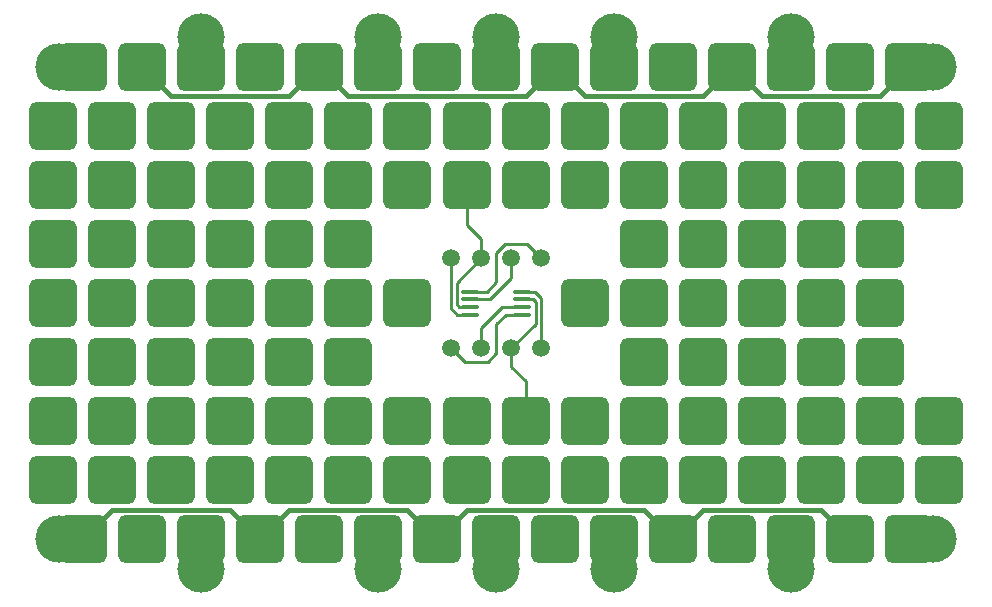
<source format=gbl>
G04*
G04 #@! TF.GenerationSoftware,Altium Limited,Altium Designer,24.6.1 (21)*
G04*
G04 Layer_Physical_Order=2*
G04 Layer_Color=16711680*
%FSLAX44Y44*%
%MOMM*%
G71*
G04*
G04 #@! TF.SameCoordinates,58C917F4-F435-4438-9918-92646441EF77*
G04*
G04*
G04 #@! TF.FilePolarity,Positive*
G04*
G01*
G75*
%ADD10C,0.2500*%
%ADD20C,0.4500*%
%ADD21C,1.5000*%
G04:AMPARAMS|DCode=22|XSize=4mm|YSize=4mm|CornerRadius=0.5mm|HoleSize=0mm|Usage=FLASHONLY|Rotation=0.000|XOffset=0mm|YOffset=0mm|HoleType=Round|Shape=RoundedRectangle|*
%AMROUNDEDRECTD22*
21,1,4.0000,3.0000,0,0,0.0*
21,1,3.0000,4.0000,0,0,0.0*
1,1,1.0000,1.5000,-1.5000*
1,1,1.0000,-1.5000,-1.5000*
1,1,1.0000,-1.5000,1.5000*
1,1,1.0000,1.5000,1.5000*
%
%ADD22ROUNDEDRECTD22*%
%ADD23C,4.0000*%
G04:AMPARAMS|DCode=24|XSize=0.38mm|YSize=1.45mm|CornerRadius=0.095mm|HoleSize=0mm|Usage=FLASHONLY|Rotation=90.000|XOffset=0mm|YOffset=0mm|HoleType=Round|Shape=RoundedRectangle|*
%AMROUNDEDRECTD24*
21,1,0.3800,1.2600,0,0,90.0*
21,1,0.1900,1.4500,0,0,90.0*
1,1,0.1900,0.6300,0.0950*
1,1,0.1900,0.6300,-0.0950*
1,1,0.1900,-0.6300,-0.0950*
1,1,0.1900,-0.6300,0.0950*
%
%ADD24ROUNDEDRECTD24*%
D10*
X375000Y-183750D02*
Y-150000D01*
X399750Y-207750D02*
X407250Y-200250D01*
X399750Y-232500D02*
Y-207750D01*
X425000Y-350000D02*
X425000Y-350000D01*
X425000Y-350000D02*
Y-316250D01*
X367250Y-259750D02*
X378000D01*
X361900Y-254400D02*
X367250Y-259750D01*
X369000Y-253250D02*
X378000D01*
X361900Y-254400D02*
Y-211900D01*
X366500Y-250750D02*
X369000Y-253250D01*
X366500Y-232700D02*
X387300Y-211900D01*
X366500Y-250750D02*
Y-232700D01*
X433500Y-249250D02*
X433500Y-267300D01*
X412700Y-288100D02*
X433500Y-267300D01*
X431000Y-246750D02*
X433500Y-249250D01*
X438100Y-288100D02*
X438100Y-245600D01*
X422000Y-246750D02*
X431000Y-246750D01*
X432750Y-240250D02*
X438100Y-245600D01*
X422000Y-240250D02*
X432750Y-240250D01*
X407250Y-200250D02*
X426450D01*
X438100Y-211900D01*
X412700Y-303950D02*
X425000Y-316250D01*
X412700Y-303950D02*
Y-288100D01*
Y-288100D01*
X387300Y-211900D02*
Y-196050D01*
X375000Y-183750D02*
X387300Y-196050D01*
X412700Y-228800D02*
Y-211900D01*
X394750Y-246750D02*
X412700Y-228800D01*
X378000Y-246750D02*
X394750D01*
X392000Y-240250D02*
X400000Y-232250D01*
X378000Y-240250D02*
X392000D01*
X408000Y-259750D02*
X422000D01*
X400000Y-267750D02*
X408000Y-259750D01*
X405250Y-253250D02*
X422000D01*
X387300Y-271200D02*
X405250Y-253250D01*
X387300Y-288100D02*
Y-271200D01*
X361900Y-288100D02*
X373550Y-299750D01*
X392750D02*
X400000Y-292500D01*
X373550Y-299750D02*
X392750D01*
X400000Y-292500D02*
Y-267750D01*
D20*
X575000Y-425000D02*
X675000D01*
X550000Y-450000D02*
X575000Y-425000D01*
X525000D02*
X550000Y-450000D01*
X200000Y-450000D02*
X225000Y-425000D01*
X175000D02*
X200000Y-450000D01*
X75000Y-425000D02*
X175000D01*
X50000Y-450000D02*
X75000Y-425000D01*
X30000Y-450000D02*
X50000D01*
X225000Y-425000D02*
X325000D01*
X350000Y-450000D01*
X375000Y-425000D01*
X525000D01*
X675000D02*
X700000Y-450000D01*
X100000Y-50000D02*
X125000Y-75000D01*
X275000D02*
X425000D01*
X450000Y-50000D01*
X475000Y-75000D01*
X575000D01*
X750000Y-50000D02*
X770000D01*
X725000Y-75000D02*
X750000Y-50000D01*
X625000Y-75000D02*
X725000D01*
X600000Y-50000D02*
X625000Y-75000D01*
X575000D02*
X600000Y-50000D01*
X250000Y-50000D02*
X275000Y-75000D01*
X225000D02*
X250000Y-50000D01*
X125000Y-75000D02*
X225000D01*
D21*
X438100Y-211900D02*
D03*
X412700Y-211900D02*
D03*
X387300Y-211900D02*
D03*
X361900D02*
D03*
X438100Y-288100D02*
D03*
X412700D02*
D03*
X387300Y-288100D02*
D03*
X361900Y-288100D02*
D03*
D22*
X475000Y-350000D02*
D03*
X425000D02*
D03*
X375000D02*
D03*
X475000Y-250000D02*
D03*
X325000Y-150000D02*
D03*
X375000D02*
D03*
X425000D02*
D03*
X475000D02*
D03*
X325000Y-250000D02*
D03*
Y-350000D02*
D03*
X50000Y-450000D02*
D03*
X100000D02*
D03*
X150000D02*
D03*
X200000D02*
D03*
X250000D02*
D03*
X300000D02*
D03*
X400000D02*
D03*
X500000D02*
D03*
X550000D02*
D03*
X600000D02*
D03*
X650000D02*
D03*
X700000D02*
D03*
X750000D02*
D03*
X450000D02*
D03*
X350000D02*
D03*
X450000Y-50000D02*
D03*
X350000D02*
D03*
X775000Y-400000D02*
D03*
X725000D02*
D03*
X525000D02*
D03*
X675000D02*
D03*
X475000D02*
D03*
X425000D02*
D03*
X375000D02*
D03*
X325000D02*
D03*
X275000D02*
D03*
X225000D02*
D03*
X175000D02*
D03*
X125000D02*
D03*
X75000D02*
D03*
X25000D02*
D03*
X625000D02*
D03*
X575000D02*
D03*
X775000Y-350000D02*
D03*
X725000D02*
D03*
X525000D02*
D03*
X675000D02*
D03*
X275000D02*
D03*
X225000D02*
D03*
X175000D02*
D03*
X125000D02*
D03*
X75000D02*
D03*
X25000D02*
D03*
X625000D02*
D03*
X575000D02*
D03*
X50000Y-50000D02*
D03*
X625000Y-150000D02*
D03*
X575000D02*
D03*
X625000Y-200000D02*
D03*
X575000D02*
D03*
X625000Y-250000D02*
D03*
X575000D02*
D03*
X225000Y-150000D02*
D03*
X175000D02*
D03*
X225000Y-200000D02*
D03*
X175000D02*
D03*
X225000Y-250000D02*
D03*
X175000D02*
D03*
X575000Y-300000D02*
D03*
X625000D02*
D03*
X25000D02*
D03*
X75000D02*
D03*
X125000D02*
D03*
X25000Y-250000D02*
D03*
X75000D02*
D03*
X125000D02*
D03*
X25000Y-200000D02*
D03*
X75000D02*
D03*
X125000D02*
D03*
X25000Y-150000D02*
D03*
X75000D02*
D03*
X125000D02*
D03*
X100000Y-50000D02*
D03*
X150000D02*
D03*
X200000D02*
D03*
X250000D02*
D03*
X300000D02*
D03*
X400000D02*
D03*
X500000D02*
D03*
X550000D02*
D03*
X600000D02*
D03*
X650000D02*
D03*
X700000D02*
D03*
X750000D02*
D03*
X475000Y-100000D02*
D03*
X425000D02*
D03*
X375000D02*
D03*
X325000D02*
D03*
X275000D02*
D03*
X225000D02*
D03*
X175000D02*
D03*
X125000D02*
D03*
X75000D02*
D03*
X25000D02*
D03*
X275000Y-250000D02*
D03*
Y-200000D02*
D03*
Y-150000D02*
D03*
X175000Y-300000D02*
D03*
X225000D02*
D03*
X275000D02*
D03*
X675000D02*
D03*
X525000D02*
D03*
Y-250000D02*
D03*
Y-200000D02*
D03*
Y-150000D02*
D03*
X675000Y-100000D02*
D03*
X625000D02*
D03*
X575000D02*
D03*
X525000D02*
D03*
X675000Y-150000D02*
D03*
Y-200000D02*
D03*
Y-250000D02*
D03*
X725000Y-200000D02*
D03*
Y-150000D02*
D03*
X775000D02*
D03*
X725000Y-100000D02*
D03*
X775000D02*
D03*
X725000Y-250000D02*
D03*
Y-300000D02*
D03*
D23*
X30000Y-450000D02*
D03*
X650000Y-475000D02*
D03*
X150000D02*
D03*
X300000D02*
D03*
X500000D02*
D03*
X400000D02*
D03*
X770000Y-450000D02*
D03*
X30000Y-50000D02*
D03*
X400000Y-25000D02*
D03*
X300000D02*
D03*
X500000D02*
D03*
X650000D02*
D03*
X150000D02*
D03*
X770000Y-50000D02*
D03*
D24*
X422000Y-240250D02*
D03*
X422000Y-246750D02*
D03*
Y-253250D02*
D03*
Y-259750D02*
D03*
X378000Y-240250D02*
D03*
X378000Y-246750D02*
D03*
X378000Y-253250D02*
D03*
X378000Y-259750D02*
D03*
M02*

</source>
